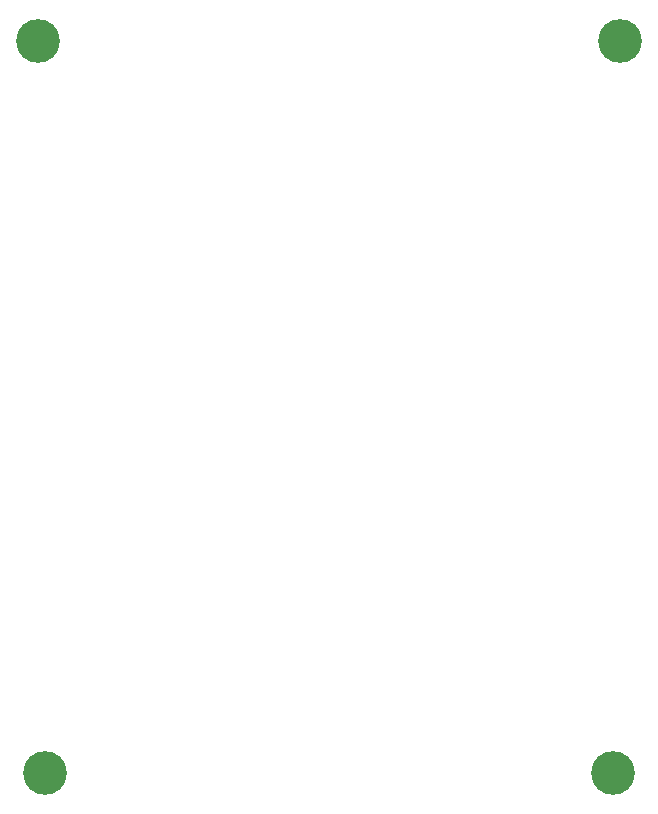
<source format=gbs>
%TF.GenerationSoftware,KiCad,Pcbnew,(6.0.1)*%
%TF.CreationDate,2022-01-31T08:21:46+01:00*%
%TF.ProjectId,LBS6_Rear_Plate,4c425336-5f52-4656-9172-5f506c617465,v1.0*%
%TF.SameCoordinates,Original*%
%TF.FileFunction,Soldermask,Bot*%
%TF.FilePolarity,Negative*%
%FSLAX46Y46*%
G04 Gerber Fmt 4.6, Leading zero omitted, Abs format (unit mm)*
G04 Created by KiCad (PCBNEW (6.0.1)) date 2022-01-31 08:21:46*
%MOMM*%
%LPD*%
G01*
G04 APERTURE LIST*
%ADD10C,3.700000*%
G04 APERTURE END LIST*
D10*
X86220000Y-112685000D03*
X134320000Y-112685000D03*
X134940000Y-50730000D03*
X85600000Y-50730000D03*
M02*

</source>
